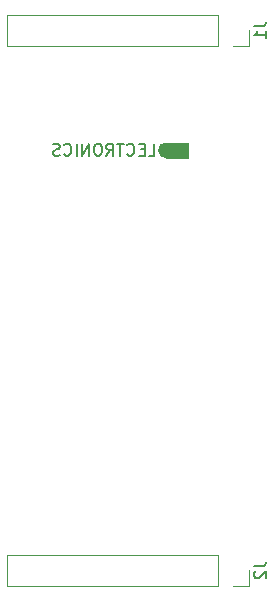
<source format=gbr>
%TF.GenerationSoftware,KiCad,Pcbnew,(6.0.5)*%
%TF.CreationDate,2022-10-05T18:31:43+01:00*%
%TF.ProjectId,DRV8876 Breakout,44525638-3837-4362-9042-7265616b6f75,V22.10.0.1*%
%TF.SameCoordinates,PX8c7ecc0PY4d83c00*%
%TF.FileFunction,Legend,Bot*%
%TF.FilePolarity,Positive*%
%FSLAX46Y46*%
G04 Gerber Fmt 4.6, Leading zero omitted, Abs format (unit mm)*
G04 Created by KiCad (PCBNEW (6.0.5)) date 2022-10-05 18:31:43*
%MOMM*%
%LPD*%
G01*
G04 APERTURE LIST*
%ADD10C,0.150000*%
%ADD11C,0.635500*%
%ADD12C,0.001000*%
%ADD13C,0.120000*%
G04 APERTURE END LIST*
D10*
%TO.C,REF\u002A\u002A*%
X1728214Y12247620D02*
X2204404Y12247620D01*
X2204404Y13247620D01*
X1394880Y12771429D02*
X1061547Y12771429D01*
X918690Y12247620D02*
X1394880Y12247620D01*
X1394880Y13247620D01*
X918690Y13247620D01*
X-81310Y12342858D02*
X-33691Y12295239D01*
X109166Y12247620D01*
X204404Y12247620D01*
X347261Y12295239D01*
X442500Y12390477D01*
X490119Y12485715D01*
X537738Y12676191D01*
X537738Y12819048D01*
X490119Y13009524D01*
X442500Y13104762D01*
X347261Y13200000D01*
X204404Y13247620D01*
X109166Y13247620D01*
X-33691Y13200000D01*
X-81310Y13152381D01*
X-367024Y13247620D02*
X-938453Y13247620D01*
X-652739Y12247620D02*
X-652739Y13247620D01*
X-1843215Y12247620D02*
X-1509881Y12723810D01*
X-1271786Y12247620D02*
X-1271786Y13247620D01*
X-1652739Y13247620D01*
X-1747977Y13200000D01*
X-1795596Y13152381D01*
X-1843215Y13057143D01*
X-1843215Y12914286D01*
X-1795596Y12819048D01*
X-1747977Y12771429D01*
X-1652739Y12723810D01*
X-1271786Y12723810D01*
X-2462262Y13247620D02*
X-2652739Y13247620D01*
X-2747977Y13200000D01*
X-2843215Y13104762D01*
X-2890834Y12914286D01*
X-2890834Y12580953D01*
X-2843215Y12390477D01*
X-2747977Y12295239D01*
X-2652739Y12247620D01*
X-2462262Y12247620D01*
X-2367024Y12295239D01*
X-2271786Y12390477D01*
X-2224167Y12580953D01*
X-2224167Y12914286D01*
X-2271786Y13104762D01*
X-2367024Y13200000D01*
X-2462262Y13247620D01*
X-3319405Y12247620D02*
X-3319405Y13247620D01*
X-3890834Y12247620D01*
X-3890834Y13247620D01*
X-4367024Y12247620D02*
X-4367024Y13247620D01*
X-5414643Y12342858D02*
X-5367024Y12295239D01*
X-5224167Y12247620D01*
X-5128929Y12247620D01*
X-4986072Y12295239D01*
X-4890834Y12390477D01*
X-4843215Y12485715D01*
X-4795596Y12676191D01*
X-4795596Y12819048D01*
X-4843215Y13009524D01*
X-4890834Y13104762D01*
X-4986072Y13200000D01*
X-5128929Y13247620D01*
X-5224167Y13247620D01*
X-5367024Y13200000D01*
X-5414643Y13152381D01*
X-5795596Y12295239D02*
X-5938453Y12247620D01*
X-6176548Y12247620D01*
X-6271786Y12295239D01*
X-6319405Y12342858D01*
X-6367024Y12438096D01*
X-6367024Y12533334D01*
X-6319405Y12628572D01*
X-6271786Y12676191D01*
X-6176548Y12723810D01*
X-5986072Y12771429D01*
X-5890834Y12819048D01*
X-5843215Y12866667D01*
X-5795596Y12961905D01*
X-5795596Y13057143D01*
X-5843215Y13152381D01*
X-5890834Y13200000D01*
X-5986072Y13247620D01*
X-6224167Y13247620D01*
X-6367024Y13200000D01*
%TO.C,J1*%
X10657380Y23193334D02*
X11371666Y23193334D01*
X11514523Y23240953D01*
X11609761Y23336191D01*
X11657380Y23479048D01*
X11657380Y23574286D01*
X11657380Y22193334D02*
X11657380Y22764762D01*
X11657380Y22479048D02*
X10657380Y22479048D01*
X10800238Y22574286D01*
X10895476Y22669524D01*
X10943095Y22764762D01*
%TO.C,J2*%
X10672380Y-22526666D02*
X11386666Y-22526666D01*
X11529523Y-22479047D01*
X11624761Y-22383809D01*
X11672380Y-22240952D01*
X11672380Y-22145714D01*
X10767619Y-22955238D02*
X10720000Y-23002857D01*
X10672380Y-23098095D01*
X10672380Y-23336190D01*
X10720000Y-23431428D01*
X10767619Y-23479047D01*
X10862857Y-23526666D01*
X10958095Y-23526666D01*
X11100952Y-23479047D01*
X11672380Y-22907619D01*
X11672380Y-23526666D01*
%TO.C,REF\u002A\u002A*%
D11*
X3492750Y12700000D02*
G75*
G03*
X3492750Y12700000I-317750J0D01*
G01*
G36*
X5054600Y12065000D02*
G01*
X3175000Y12065000D01*
X3175000Y13335000D01*
X5054600Y13335000D01*
X5054600Y12065000D01*
G37*
D12*
X5054600Y12065000D02*
X3175000Y12065000D01*
X3175000Y13335000D01*
X5054600Y13335000D01*
X5054600Y12065000D01*
D13*
%TO.C,J1*%
X7605000Y21530000D02*
X7605000Y24190000D01*
X10205000Y21530000D02*
X10205000Y22860000D01*
X7605000Y24190000D02*
X-10235000Y24190000D01*
X7605000Y21530000D02*
X-10235000Y21530000D01*
X-10235000Y21530000D02*
X-10235000Y24190000D01*
X8875000Y21530000D02*
X10205000Y21530000D01*
%TO.C,J2*%
X7620000Y-24190000D02*
X7620000Y-21530000D01*
X10220000Y-24190000D02*
X10220000Y-22860000D01*
X8890000Y-24190000D02*
X10220000Y-24190000D01*
X7620000Y-24190000D02*
X-10220000Y-24190000D01*
X7620000Y-21530000D02*
X-10220000Y-21530000D01*
X-10220000Y-24190000D02*
X-10220000Y-21530000D01*
%TD*%
M02*

</source>
